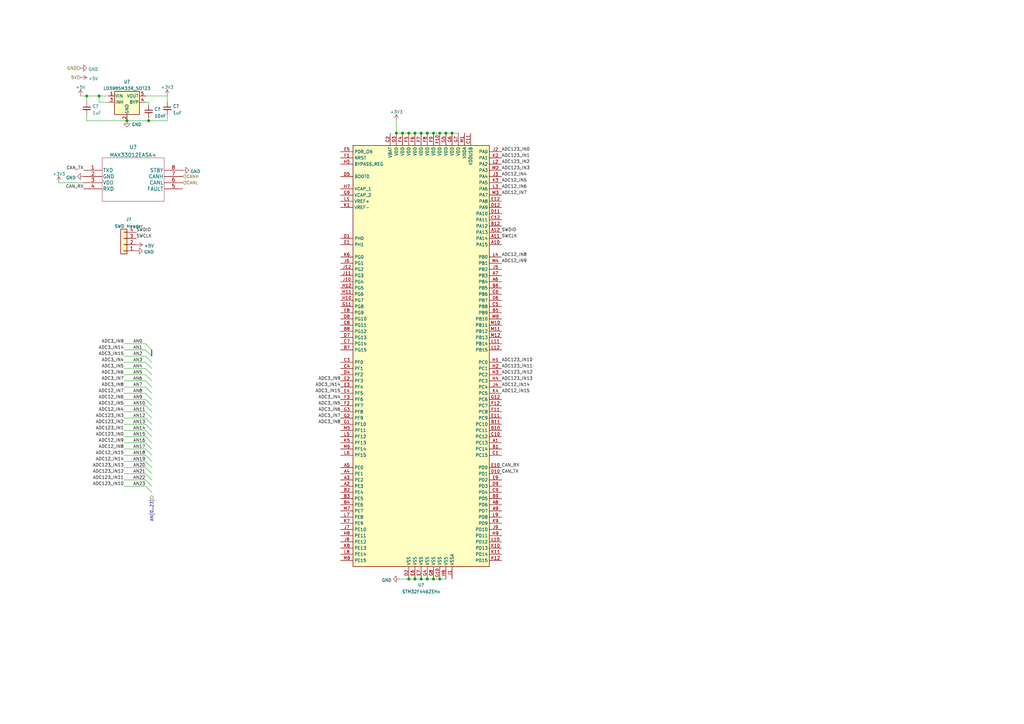
<source format=kicad_sch>
(kicad_sch (version 20210621) (generator eeschema)
  (paper "A3")
  (lib_symbols
    (symbol "Connector_Generic:Conn_01x04" (pin_names (offset 1.016) hide)
      (property "Reference" "J" (at 0 5.08 0))
      (property "Value" "Conn_01x04" (at 0 -7.62 0))
      (symbol "Conn_01x04_1_1"
        (rectangle (start -1.27 -4.953) (end 0 -5.207) (stroke (width 0.1524)))
        (rectangle (start -1.27 -2.413) (end 0 -2.667) (stroke (width 0.1524)))
        (rectangle (start -1.27 0.127) (end 0 -0.127) (stroke (width 0.1524)))
        (rectangle (start -1.27 2.667) (end 0 2.413) (stroke (width 0.1524)))
        (rectangle (start -1.27 3.81) (end 1.27 -6.35) (stroke (width 0.254)) (fill (type background)))
        (pin passive line (at -5.08 2.54 0) (length 3.81) (name "Pin_1") (number "1"))
        (pin passive line (at -5.08 0 0) (length 3.81) (name "Pin_2") (number "2"))
        (pin passive line (at -5.08 -2.54 0) (length 3.81) (name "Pin_3") (number "3"))
        (pin passive line (at -5.08 -5.08 0) (length 3.81) (name "Pin_4") (number "4"))
      )
    )
    (symbol "Device:C_Small" (pin_numbers hide) (pin_names (offset 0.254) hide)
      (property "Reference" "C" (at 0.254 1.778 0))
      (property "Value" "C_Small" (at 0.254 -2.032 0))
      (symbol "C_Small_0_1"
        (polyline (pts (xy -1.524 -0.508) (xy 1.524 -0.508)) (stroke (width 0.3302)))
        (polyline (pts (xy -1.524 0.508) (xy 1.524 0.508)) (stroke (width 0.3048)))
      )
      (symbol "C_Small_1_1"
        (pin passive line (at 0 2.54 270) (length 2.032) (name "~") (number "1"))
        (pin passive line (at 0 -2.54 90) (length 2.032) (name "~") (number "2"))
      )
    )
    (symbol "MAX33012EASA+:MAX33012EASA+" (pin_names (offset 0.254))
      (property "Reference" "U" (at 20.32 10.16 0))
      (property "Value" "MAX33012EASA+" (at 20.32 7.62 0))
      (symbol "MAX33012EASA+_1_1"
        (polyline (pts (xy 7.62 -12.7) (xy 33.02 -12.7)) (stroke (width 0.127)))
        (polyline (pts (xy 7.62 5.08) (xy 7.62 -12.7)) (stroke (width 0.127)))
        (polyline (pts (xy 33.02 -12.7) (xy 33.02 5.08)) (stroke (width 0.127)))
        (polyline (pts (xy 33.02 5.08) (xy 7.62 5.08)) (stroke (width 0.127)))
        (pin input line (at 0 0 0) (length 7.62) (name "TXD") (number "1"))
        (pin power_in line (at 0 -2.54 0) (length 7.62) (name "GND") (number "2"))
        (pin power_in line (at 0 -5.08 0) (length 7.62) (name "VDD") (number "3"))
        (pin output line (at 0 -7.62 0) (length 7.62) (name "RXD") (number "4"))
        (pin unspecified line (at 40.64 -7.62 180) (length 7.62) (name "FAULT") (number "5"))
        (pin unspecified line (at 40.64 -5.08 180) (length 7.62) (name "CANL") (number "6"))
        (pin unspecified line (at 40.64 -2.54 180) (length 7.62) (name "CANH") (number "7"))
        (pin input line (at 40.64 0 180) (length 7.62) (name "STBY") (number "8"))
      )
    )
    (symbol "MCU_ST_STM32F4:STM32F446ZEHx"
      (property "Reference" "U" (at -27.94 87.63 0))
      (property "Value" "STM32F446ZEHx" (at 22.86 87.63 0))
      (symbol "STM32F446ZEHx_0_1"
        (rectangle (start -27.94 -86.36) (end 27.94 86.36) (stroke (width 0.254)) (fill (type background)))
      )
      (symbol "STM32F446ZEHx_1_1"
        (pin bidirectional line (at 33.02 -35.56 180) (length 5.08) (name "PC13") (number "A1"))
        (pin bidirectional line (at 33.02 45.72 180) (length 5.08) (name "PA15") (number "A10"))
        (pin bidirectional line (at 33.02 48.26 180) (length 5.08) (name "PA14") (number "A11"))
        (pin bidirectional line (at 33.02 50.8 180) (length 5.08) (name "PA13") (number "A12"))
        (pin bidirectional line (at -33.02 -53.34 0) (length 5.08) (name "PE3") (number "A2"))
        (pin bidirectional line (at -33.02 -50.8 0) (length 5.08) (name "PE2") (number "A3"))
        (pin bidirectional line (at -33.02 -48.26 0) (length 5.08) (name "PE1") (number "A4"))
        (pin bidirectional line (at -33.02 -45.72 0) (length 5.08) (name "PE0") (number "A5"))
        (pin bidirectional line (at 33.02 30.48 180) (length 5.08) (name "PB4") (number "A6"))
        (pin bidirectional line (at 33.02 33.02 180) (length 5.08) (name "PB3") (number "A7"))
        (pin bidirectional line (at 33.02 -60.96 180) (length 5.08) (name "PD6") (number "A8"))
        (pin bidirectional line (at 33.02 -63.5 180) (length 5.08) (name "PD7") (number "A9"))
        (pin bidirectional line (at 33.02 -38.1 180) (length 5.08) (name "PC14") (number "B1"))
        (pin bidirectional line (at 33.02 -30.48 180) (length 5.08) (name "PC11") (number "B10"))
        (pin bidirectional line (at 33.02 -27.94 180) (length 5.08) (name "PC10") (number "B11"))
        (pin bidirectional line (at 33.02 53.34 180) (length 5.08) (name "PA12") (number "B12"))
        (pin bidirectional line (at -33.02 -55.88 0) (length 5.08) (name "PE4") (number "B2"))
        (pin bidirectional line (at -33.02 -58.42 0) (length 5.08) (name "PE5") (number "B3"))
        (pin bidirectional line (at -33.02 -60.96 0) (length 5.08) (name "PE6") (number "B4"))
        (pin bidirectional line (at 33.02 17.78 180) (length 5.08) (name "PB9") (number "B5"))
        (pin bidirectional line (at 33.02 27.94 180) (length 5.08) (name "PB5") (number "B6"))
        (pin bidirectional line (at -33.02 2.54 0) (length 5.08) (name "PG15") (number "B7"))
        (pin bidirectional line (at -33.02 10.16 0) (length 5.08) (name "PG12") (number "B8"))
        (pin bidirectional line (at 33.02 -58.42 180) (length 5.08) (name "PD5") (number "B9"))
        (pin bidirectional line (at 33.02 -40.64 180) (length 5.08) (name "PC15") (number "C1"))
        (pin bidirectional line (at 33.02 -33.02 180) (length 5.08) (name "PC12") (number "C10"))
        (pin power_in line (at 20.32 91.44 270) (length 5.08) (name "VDDUSB") (number "C11"))
        (pin bidirectional line (at 33.02 55.88 180) (length 5.08) (name "PA11") (number "C12"))
        (pin power_in line (at -12.7 91.44 270) (length 5.08) (name "VBAT") (number "C2"))
        (pin bidirectional line (at -33.02 -2.54 0) (length 5.08) (name "PF0") (number "C3"))
        (pin bidirectional line (at -33.02 -5.08 0) (length 5.08) (name "PF1") (number "C4"))
        (pin bidirectional line (at 33.02 20.32 180) (length 5.08) (name "PB8") (number "C5"))
        (pin bidirectional line (at 33.02 25.4 180) (length 5.08) (name "PB6") (number "C6"))
        (pin bidirectional line (at -33.02 5.08 0) (length 5.08) (name "PG14") (number "C7"))
        (pin bidirectional line (at -33.02 12.7 0) (length 5.08) (name "PG11") (number "C8"))
        (pin bidirectional line (at 33.02 -55.88 180) (length 5.08) (name "PD4") (number "C9"))
        (pin input line (at -33.02 48.26 0) (length 5.08) (name "PH0") (number "D1"))
        (pin bidirectional line (at 33.02 -48.26 180) (length 5.08) (name "PD1") (number "D10"))
        (pin bidirectional line (at 33.02 58.42 180) (length 5.08) (name "PA10") (number "D11"))
        (pin bidirectional line (at 33.02 60.96 180) (length 5.08) (name "PA9") (number "D12"))
        (pin power_in line (at -5.08 -91.44 90) (length 5.08) (name "VSS") (number "D2"))
        (pin power_in line (at -10.16 91.44 270) (length 5.08) (name "VDD") (number "D3"))
        (pin bidirectional line (at -33.02 -7.62 0) (length 5.08) (name "PF2") (number "D4"))
        (pin input line (at -33.02 73.66 0) (length 5.08) (name "BOOT0") (number "D5"))
        (pin bidirectional line (at 33.02 22.86 180) (length 5.08) (name "PB7") (number "D6"))
        (pin bidirectional line (at -33.02 7.62 0) (length 5.08) (name "PG13") (number "D7"))
        (pin bidirectional line (at -33.02 15.24 0) (length 5.08) (name "PG10") (number "D8"))
        (pin bidirectional line (at 33.02 -53.34 180) (length 5.08) (name "PD3") (number "D9"))
        (pin input line (at -33.02 45.72 0) (length 5.08) (name "PH1") (number "E1"))
        (pin bidirectional line (at 33.02 -45.72 180) (length 5.08) (name "PD0") (number "E10"))
        (pin bidirectional line (at 33.02 -25.4 180) (length 5.08) (name "PC9") (number "E11"))
        (pin bidirectional line (at 33.02 63.5 180) (length 5.08) (name "PA8") (number "E12"))
        (pin bidirectional line (at -33.02 -10.16 0) (length 5.08) (name "PF3") (number "E2"))
        (pin bidirectional line (at -33.02 -12.7 0) (length 5.08) (name "PF4") (number "E3"))
        (pin bidirectional line (at -33.02 -15.24 0) (length 5.08) (name "PF5") (number "E4"))
        (pin input line (at -33.02 83.82 0) (length 5.08) (name "PDR_ON") (number "E5"))
        (pin power_in line (at -2.54 -91.44 90) (length 5.08) (name "VSS") (number "E6"))
        (pin power_in line (at 0 -91.44 90) (length 5.08) (name "VSS") (number "E7"))
        (pin bidirectional line (at -33.02 17.78 0) (length 5.08) (name "PG9") (number "E8"))
        (pin bidirectional line (at 33.02 -50.8 180) (length 5.08) (name "PD2") (number "E9"))
        (pin input line (at -33.02 81.28 0) (length 5.08) (name "NRST") (number "F1"))
        (pin power_in line (at 7.62 91.44 270) (length 5.08) (name "VDD") (number "F10"))
        (pin bidirectional line (at 33.02 -22.86 180) (length 5.08) (name "PC8") (number "F11"))
        (pin bidirectional line (at 33.02 -20.32 180) (length 5.08) (name "PC7") (number "F12"))
        (pin bidirectional line (at -33.02 -20.32 0) (length 5.08) (name "PF7") (number "F2"))
        (pin bidirectional line (at -33.02 -17.78 0) (length 5.08) (name "PF6") (number "F3"))
        (pin power_in line (at -7.62 91.44 270) (length 5.08) (name "VDD") (number "F4"))
        (pin power_in line (at -5.08 91.44 270) (length 5.08) (name "VDD") (number "F5"))
        (pin power_in line (at -2.54 91.44 270) (length 5.08) (name "VDD") (number "F6"))
        (pin power_in line (at 0 91.44 270) (length 5.08) (name "VDD") (number "F7"))
        (pin power_in line (at 2.54 91.44 270) (length 5.08) (name "VDD") (number "F8"))
        (pin power_in line (at 5.08 91.44 270) (length 5.08) (name "VDD") (number "F9"))
        (pin bidirectional line (at -33.02 -27.94 0) (length 5.08) (name "PF10") (number "G1"))
        (pin power_in line (at 7.62 -91.44 90) (length 5.08) (name "VSS") (number "G10"))
        (pin bidirectional line (at -33.02 20.32 0) (length 5.08) (name "PG8") (number "G11"))
        (pin bidirectional line (at 33.02 -17.78 180) (length 5.08) (name "PC6") (number "G12"))
        (pin bidirectional line (at -33.02 -25.4 0) (length 5.08) (name "PF9") (number "G2"))
        (pin bidirectional line (at -33.02 -22.86 0) (length 5.08) (name "PF8") (number "G3"))
        (pin power_in line (at 2.54 -91.44 90) (length 5.08) (name "VSS") (number "G4"))
        (pin power_in line (at 10.16 91.44 270) (length 5.08) (name "VDD") (number "G5"))
        (pin power_in line (at 12.7 91.44 270) (length 5.08) (name "VDD") (number "G6"))
        (pin power_in line (at 15.24 91.44 270) (length 5.08) (name "VDD") (number "G7"))
        (pin power_in line (at 5.08 -91.44 90) (length 5.08) (name "VSS") (number "G8"))
        (pin power_in line (at -33.02 66.04 0) (length 5.08) (name "VCAP_2") (number "G9"))
        (pin bidirectional line (at 33.02 -2.54 180) (length 5.08) (name "PC0") (number "H1"))
        (pin bidirectional line (at -33.02 22.86 0) (length 5.08) (name "PG7") (number "H10"))
        (pin bidirectional line (at -33.02 25.4 0) (length 5.08) (name "PG6") (number "H11"))
        (pin bidirectional line (at -33.02 27.94 0) (length 5.08) (name "PG5") (number "H12"))
        (pin bidirectional line (at 33.02 -5.08 180) (length 5.08) (name "PC1") (number "H2"))
        (pin bidirectional line (at 33.02 -7.62 180) (length 5.08) (name "PC2") (number "H3"))
        (pin bidirectional line (at 33.02 -10.16 180) (length 5.08) (name "PC3") (number "H4"))
        (pin input line (at -33.02 78.74 0) (length 5.08) (name "BYPASS_REG") (number "H5"))
        (pin power_in line (at 10.16 -91.44 90) (length 5.08) (name "VSS") (number "H6"))
        (pin power_in line (at -33.02 68.58 0) (length 5.08) (name "VCAP_1") (number "H7"))
        (pin bidirectional line (at -33.02 -73.66 0) (length 5.08) (name "PE11") (number "H8"))
        (pin bidirectional line (at 33.02 -73.66 180) (length 5.08) (name "PD11") (number "H9"))
        (pin power_in line (at 12.7 -91.44 90) (length 5.08) (name "VSSA") (number "J1"))
        (pin bidirectional line (at -33.02 30.48 0) (length 5.08) (name "PG4") (number "J10"))
        (pin bidirectional line (at -33.02 33.02 0) (length 5.08) (name "PG3") (number "J11"))
        (pin bidirectional line (at -33.02 35.56 0) (length 5.08) (name "PG2") (number "J12"))
        (pin bidirectional line (at 33.02 83.82 180) (length 5.08) (name "PA0") (number "J2"))
        (pin bidirectional line (at 33.02 73.66 180) (length 5.08) (name "PA4") (number "J3"))
        (pin bidirectional line (at 33.02 -12.7 180) (length 5.08) (name "PC4") (number "J4"))
        (pin bidirectional line (at 33.02 35.56 180) (length 5.08) (name "PB2") (number "J5"))
        (pin bidirectional line (at -33.02 38.1 0) (length 5.08) (name "PG1") (number "J6"))
        (pin bidirectional line (at -33.02 -71.12 0) (length 5.08) (name "PE10") (number "J7"))
        (pin bidirectional line (at -33.02 -76.2 0) (length 5.08) (name "PE12") (number "J8"))
        (pin bidirectional line (at 33.02 -71.12 180) (length 5.08) (name "PD10") (number "J9"))
        (pin power_in line (at -33.02 60.96 0) (length 5.08) (name "VREF-") (number "K1"))
        (pin bidirectional line (at 33.02 -78.74 180) (length 5.08) (name "PD13") (number "K10"))
        (pin bidirectional line (at 33.02 -81.28 180) (length 5.08) (name "PD14") (number "K11"))
        (pin bidirectional line (at 33.02 -83.82 180) (length 5.08) (name "PD15") (number "K12"))
        (pin bidirectional line (at 33.02 81.28 180) (length 5.08) (name "PA1") (number "K2"))
        (pin bidirectional line (at 33.02 71.12 180) (length 5.08) (name "PA5") (number "K3"))
        (pin bidirectional line (at 33.02 -15.24 180) (length 5.08) (name "PC5") (number "K4"))
        (pin bidirectional line (at -33.02 -35.56 0) (length 5.08) (name "PF13") (number "K5"))
        (pin bidirectional line (at -33.02 40.64 0) (length 5.08) (name "PG0") (number "K6"))
        (pin bidirectional line (at -33.02 -68.58 0) (length 5.08) (name "PE9") (number "K7"))
        (pin bidirectional line (at -33.02 -78.74 0) (length 5.08) (name "PE13") (number "K8"))
        (pin bidirectional line (at 33.02 -68.58 180) (length 5.08) (name "PD9") (number "K9"))
        (pin power_in line (at -33.02 63.5 0) (length 5.08) (name "VREF+") (number "L1"))
        (pin bidirectional line (at 33.02 -76.2 180) (length 5.08) (name "PD12") (number "L10"))
        (pin bidirectional line (at 33.02 5.08 180) (length 5.08) (name "PB14") (number "L11"))
        (pin bidirectional line (at 33.02 2.54 180) (length 5.08) (name "PB15") (number "L12"))
        (pin bidirectional line (at 33.02 78.74 180) (length 5.08) (name "PA2") (number "L2"))
        (pin bidirectional line (at 33.02 68.58 180) (length 5.08) (name "PA6") (number "L3"))
        (pin bidirectional line (at 33.02 40.64 180) (length 5.08) (name "PB0") (number "L4"))
        (pin bidirectional line (at -33.02 -33.02 0) (length 5.08) (name "PF12") (number "L5"))
        (pin bidirectional line (at -33.02 -40.64 0) (length 5.08) (name "PF15") (number "L6"))
        (pin bidirectional line (at -33.02 -66.04 0) (length 5.08) (name "PE8") (number "L7"))
        (pin bidirectional line (at -33.02 -81.28 0) (length 5.08) (name "PE14") (number "L8"))
        (pin bidirectional line (at 33.02 -66.04 180) (length 5.08) (name "PD8") (number "L9"))
        (pin power_in line (at 17.78 91.44 270) (length 5.08) (name "VDDA") (number "M1"))
        (pin bidirectional line (at 33.02 12.7 180) (length 5.08) (name "PB11") (number "M10"))
        (pin bidirectional line (at 33.02 10.16 180) (length 5.08) (name "PB12") (number "M11"))
        (pin bidirectional line (at 33.02 7.62 180) (length 5.08) (name "PB13") (number "M12"))
        (pin bidirectional line (at 33.02 76.2 180) (length 5.08) (name "PA3") (number "M2"))
        (pin bidirectional line (at 33.02 66.04 180) (length 5.08) (name "PA7") (number "M3"))
        (pin bidirectional line (at 33.02 38.1 180) (length 5.08) (name "PB1") (number "M4"))
        (pin bidirectional line (at -33.02 -30.48 0) (length 5.08) (name "PF11") (number "M5"))
        (pin bidirectional line (at -33.02 -38.1 0) (length 5.08) (name "PF14") (number "M6"))
        (pin bidirectional line (at -33.02 -63.5 0) (length 5.08) (name "PE7") (number "M7"))
        (pin bidirectional line (at -33.02 -83.82 0) (length 5.08) (name "PE15") (number "M8"))
        (pin bidirectional line (at 33.02 15.24 180) (length 5.08) (name "PB10") (number "M9"))
      )
    )
    (symbol "Regulator_Linear:LD3985M33R_SOT23" (pin_names (offset 0.254))
      (property "Reference" "U" (at -3.81 5.715 0))
      (property "Value" "LD3985M33R_SOT23" (at 0 5.715 0))
      (symbol "LD3985M33R_SOT23_0_1"
        (rectangle (start -5.08 4.445) (end 5.08 -5.08) (stroke (width 0.254)) (fill (type background)))
      )
      (symbol "LD3985M33R_SOT23_1_1"
        (pin power_in line (at -7.62 2.54 0) (length 2.54) (name "VIN") (number "1"))
        (pin power_in line (at 0 -7.62 90) (length 2.54) (name "GND") (number "2"))
        (pin input line (at -7.62 0 0) (length 2.54) (name "INH") (number "3"))
        (pin input line (at 7.62 0 180) (length 2.54) (name "BYP") (number "4"))
        (pin power_out line (at 7.62 2.54 180) (length 2.54) (name "VOUT") (number "5"))
      )
    )
    (symbol "power:+3V3" (power) (pin_names (offset 0))
      (property "Value" "+3V3" (at 0 3.556 0))
      (symbol "+3V3_0_1"
        (polyline (pts (xy -0.762 1.27) (xy 0 2.54)))
        (polyline (pts (xy 0 0) (xy 0 2.54)))
        (polyline (pts (xy 0 2.54) (xy 0.762 1.27)))
      )
      (symbol "+3V3_1_1"
        (pin power_in line (at 0 0 90) (length 0) hide (name "+3V3") (number "1"))
      )
    )
    (symbol "power:+5V" (power) (pin_names (offset 0))
      (property "Value" "+5V" (at 0 3.556 0))
      (symbol "+5V_0_1"
        (polyline (pts (xy -0.762 1.27) (xy 0 2.54)))
        (polyline (pts (xy 0 0) (xy 0 2.54)))
        (polyline (pts (xy 0 2.54) (xy 0.762 1.27)))
      )
      (symbol "+5V_1_1"
        (pin power_in line (at 0 0 90) (length 0) hide (name "+5V") (number "1"))
      )
    )
    (symbol "power:GND" (power) (pin_names (offset 0))
      (property "Value" "GND" (at 0 -3.81 0))
      (symbol "GND_0_1"
        (polyline (pts (xy 0 0) (xy 0 -1.27) (xy 1.27 -1.27) (xy 0 -2.54) (xy -1.27 -1.27) (xy 0 -1.27)))
      )
      (symbol "GND_1_1"
        (pin power_in line (at 0 0 270) (length 0) hide (name "GND") (number "1"))
      )
    )
  )
  (junction (at 35.56 39.37) (diameter 1.016))
  (junction (at 40.64 39.37) (diameter 1.016))
  (junction (at 52.07 49.53) (diameter 1.016))
  (junction (at 60.96 49.53) (diameter 1.016))
  (junction (at 162.56 54.61) (diameter 1.016))
  (junction (at 165.1 54.61) (diameter 1.016))
  (junction (at 167.64 54.61) (diameter 1.016))
  (junction (at 167.64 237.49) (diameter 1.016))
  (junction (at 170.18 54.61) (diameter 1.016))
  (junction (at 170.18 237.49) (diameter 1.016))
  (junction (at 172.72 54.61) (diameter 1.016))
  (junction (at 172.72 237.49) (diameter 1.016))
  (junction (at 175.26 54.61) (diameter 1.016))
  (junction (at 175.26 237.49) (diameter 1.016))
  (junction (at 177.8 54.61) (diameter 1.016))
  (junction (at 177.8 237.49) (diameter 1.016))
  (junction (at 180.34 54.61) (diameter 1.016))
  (junction (at 180.34 237.49) (diameter 1.016))
  (junction (at 182.88 54.61) (diameter 1.016))
  (junction (at 185.42 54.61) (diameter 1.016))
  (bus_entry (at 59.69 140.97) (size 2.54 2.54))
  (bus_entry (at 59.69 143.51) (size 2.54 2.54))
  (bus_entry (at 59.69 146.05) (size 2.54 2.54))
  (bus_entry (at 59.69 148.59) (size 2.54 2.54))
  (bus_entry (at 59.69 151.13) (size 2.54 2.54))
  (bus_entry (at 59.69 153.67) (size 2.54 2.54))
  (bus_entry (at 59.69 156.21) (size 2.54 2.54))
  (bus_entry (at 59.69 158.75) (size 2.54 2.54))
  (bus_entry (at 59.69 161.29) (size 2.54 2.54))
  (bus_entry (at 59.69 163.83) (size 2.54 2.54))
  (bus_entry (at 59.69 166.37) (size 2.54 2.54))
  (bus_entry (at 59.69 168.91) (size 2.54 2.54))
  (bus_entry (at 59.69 171.45) (size 2.54 2.54))
  (bus_entry (at 59.69 173.99) (size 2.54 2.54))
  (bus_entry (at 59.69 176.53) (size 2.54 2.54))
  (bus_entry (at 59.69 179.07) (size 2.54 2.54))
  (bus_entry (at 59.69 181.61) (size 2.54 2.54))
  (bus_entry (at 59.69 184.15) (size 2.54 2.54))
  (bus_entry (at 59.69 186.69) (size 2.54 2.54))
  (bus_entry (at 59.69 189.23) (size 2.54 2.54))
  (bus_entry (at 59.69 191.77) (size 2.54 2.54))
  (bus_entry (at 59.69 194.31) (size 2.54 2.54))
  (bus_entry (at 59.69 196.85) (size 2.54 2.54))
  (bus_entry (at 59.69 199.39) (size 2.54 2.54))
  (wire (pts (xy 24.13 74.93) (xy 34.29 74.93)))
  (wire (pts (xy 33.02 39.37) (xy 35.56 39.37)))
  (wire (pts (xy 35.56 39.37) (xy 35.56 41.91)))
  (wire (pts (xy 35.56 39.37) (xy 40.64 39.37)))
  (wire (pts (xy 35.56 46.99) (xy 35.56 49.53)))
  (wire (pts (xy 35.56 49.53) (xy 52.07 49.53)))
  (wire (pts (xy 40.64 39.37) (xy 44.45 39.37)))
  (wire (pts (xy 40.64 41.91) (xy 40.64 39.37)))
  (wire (pts (xy 44.45 41.91) (xy 40.64 41.91)))
  (wire (pts (xy 50.8 140.97) (xy 59.69 140.97)))
  (wire (pts (xy 50.8 143.51) (xy 59.69 143.51)))
  (wire (pts (xy 50.8 146.05) (xy 59.69 146.05)))
  (wire (pts (xy 50.8 148.59) (xy 59.69 148.59)))
  (wire (pts (xy 50.8 151.13) (xy 59.69 151.13)))
  (wire (pts (xy 50.8 153.67) (xy 59.69 153.67)))
  (wire (pts (xy 50.8 156.21) (xy 59.69 156.21)))
  (wire (pts (xy 50.8 158.75) (xy 59.69 158.75)))
  (wire (pts (xy 50.8 161.29) (xy 59.69 161.29)))
  (wire (pts (xy 50.8 163.83) (xy 59.69 163.83)))
  (wire (pts (xy 50.8 166.37) (xy 59.69 166.37)))
  (wire (pts (xy 50.8 168.91) (xy 59.69 168.91)))
  (wire (pts (xy 50.8 171.45) (xy 59.69 171.45)))
  (wire (pts (xy 50.8 173.99) (xy 59.69 173.99)))
  (wire (pts (xy 50.8 176.53) (xy 59.69 176.53)))
  (wire (pts (xy 50.8 179.07) (xy 59.69 179.07)))
  (wire (pts (xy 50.8 181.61) (xy 59.69 181.61)))
  (wire (pts (xy 50.8 184.15) (xy 59.69 184.15)))
  (wire (pts (xy 50.8 186.69) (xy 59.69 186.69)))
  (wire (pts (xy 50.8 189.23) (xy 59.69 189.23)))
  (wire (pts (xy 50.8 191.77) (xy 59.69 191.77)))
  (wire (pts (xy 50.8 194.31) (xy 59.69 194.31)))
  (wire (pts (xy 50.8 196.85) (xy 59.69 196.85)))
  (wire (pts (xy 50.8 199.39) (xy 59.69 199.39)))
  (wire (pts (xy 52.07 49.53) (xy 60.96 49.53)))
  (wire (pts (xy 59.69 39.37) (xy 68.58 39.37)))
  (wire (pts (xy 59.69 41.91) (xy 60.96 41.91)))
  (wire (pts (xy 60.96 41.91) (xy 60.96 43.18)))
  (wire (pts (xy 60.96 48.26) (xy 60.96 49.53)))
  (wire (pts (xy 60.96 49.53) (xy 68.58 49.53)))
  (wire (pts (xy 68.58 39.37) (xy 68.58 41.91)))
  (wire (pts (xy 68.58 49.53) (xy 68.58 46.99)))
  (wire (pts (xy 162.56 49.53) (xy 162.56 54.61)))
  (wire (pts (xy 162.56 54.61) (xy 165.1 54.61)))
  (wire (pts (xy 163.83 237.49) (xy 167.64 237.49)))
  (wire (pts (xy 165.1 54.61) (xy 167.64 54.61)))
  (wire (pts (xy 167.64 54.61) (xy 170.18 54.61)))
  (wire (pts (xy 167.64 237.49) (xy 170.18 237.49)))
  (wire (pts (xy 170.18 54.61) (xy 172.72 54.61)))
  (wire (pts (xy 170.18 237.49) (xy 172.72 237.49)))
  (wire (pts (xy 172.72 54.61) (xy 175.26 54.61)))
  (wire (pts (xy 172.72 237.49) (xy 175.26 237.49)))
  (wire (pts (xy 175.26 54.61) (xy 177.8 54.61)))
  (wire (pts (xy 175.26 237.49) (xy 177.8 237.49)))
  (wire (pts (xy 177.8 54.61) (xy 180.34 54.61)))
  (wire (pts (xy 177.8 237.49) (xy 180.34 237.49)))
  (wire (pts (xy 180.34 54.61) (xy 182.88 54.61)))
  (wire (pts (xy 180.34 237.49) (xy 182.88 237.49)))
  (wire (pts (xy 182.88 54.61) (xy 185.42 54.61)))
  (wire (pts (xy 185.42 54.61) (xy 187.96 54.61)))
  (bus (pts (xy 62.23 143.51) (xy 62.23 203.2)))
  (label "CAN_TX" (at 34.29 69.85 180))
  (label "CAN_RX" (at 34.29 77.47 180))
  (label "ADC3_IN9" (at 50.8 140.97 180))
  (label "ADC3_IN14" (at 50.8 143.51 180))
  (label "ADC3_IN15" (at 50.8 146.05 180))
  (label "ADC3_IN4" (at 50.8 148.59 180))
  (label "ADC3_IN5" (at 50.8 151.13 180))
  (label "ADC3_IN6" (at 50.8 153.67 180))
  (label "ADC3_IN7" (at 50.8 156.21 180))
  (label "ADC3_IN8" (at 50.8 158.75 180))
  (label "ADC12_IN7" (at 50.8 161.29 180))
  (label "ADC12_IN6" (at 50.8 163.83 180))
  (label "ADC12_IN5" (at 50.8 166.37 180))
  (label "ADC12_IN4" (at 50.8 168.91 180))
  (label "ADC123_IN3" (at 50.8 171.45 180))
  (label "ADC123_IN2" (at 50.8 173.99 180))
  (label "ADC123_IN1" (at 50.8 176.53 180))
  (label "ADC123_IN0" (at 50.8 179.07 180))
  (label "ADC12_IN9" (at 50.8 181.61 180))
  (label "ADC12_IN8" (at 50.8 184.15 180))
  (label "ADC12_IN15" (at 50.8 186.69 180))
  (label "ADC12_IN14" (at 50.8 189.23 180))
  (label "ADC123_IN13" (at 50.8 191.77 180))
  (label "ADC123_IN12" (at 50.8 194.31 180))
  (label "ADC123_IN11" (at 50.8 196.85 180))
  (label "ADC123_IN10" (at 50.8 199.39 180))
  (label "AN0" (at 54.61 140.97 0))
  (label "AN1" (at 54.61 143.51 0))
  (label "AN2" (at 54.61 146.05 0))
  (label "AN3" (at 54.61 148.59 0))
  (label "AN4" (at 54.61 151.13 0))
  (label "AN5" (at 54.61 153.67 0))
  (label "AN6" (at 54.61 156.21 0))
  (label "AN7" (at 54.61 158.75 0))
  (label "AN8" (at 54.61 161.29 0))
  (label "AN9" (at 54.61 163.83 0))
  (label "AN10" (at 54.61 166.37 0))
  (label "AN11" (at 54.61 168.91 0))
  (label "AN12" (at 54.61 171.45 0))
  (label "AN13" (at 54.61 173.99 0))
  (label "AN14" (at 54.61 176.53 0))
  (label "AN15" (at 54.61 179.07 0))
  (label "AN16" (at 54.61 181.61 0))
  (label "AN17" (at 54.61 184.15 0))
  (label "AN18" (at 54.61 186.69 0))
  (label "AN19" (at 54.61 189.23 0))
  (label "AN20" (at 54.61 191.77 0))
  (label "AN21" (at 54.61 194.31 0))
  (label "AN22" (at 54.61 196.85 0))
  (label "AN23" (at 54.61 199.39 0))
  (label "SWDIO" (at 55.88 95.25 0))
  (label "SWCLK" (at 55.88 97.79 0))
  (label "ADC3_IN9" (at 139.7 156.21 180))
  (label "ADC3_IN14" (at 139.7 158.75 180))
  (label "ADC3_IN15" (at 139.7 161.29 180))
  (label "ADC3_IN4" (at 139.7 163.83 180))
  (label "ADC3_IN5" (at 139.7 166.37 180))
  (label "ADC3_IN6" (at 139.7 168.91 180))
  (label "ADC3_IN7" (at 139.7 171.45 180))
  (label "ADC3_IN8" (at 139.7 173.99 180))
  (label "ADC123_IN0" (at 205.74 62.23 0))
  (label "ADC123_IN1" (at 205.74 64.77 0))
  (label "ADC123_IN2" (at 205.74 67.31 0))
  (label "ADC123_IN3" (at 205.74 69.85 0))
  (label "ADC12_IN4" (at 205.74 72.39 0))
  (label "ADC12_IN5" (at 205.74 74.93 0))
  (label "ADC12_IN6" (at 205.74 77.47 0))
  (label "ADC12_IN7" (at 205.74 80.01 0))
  (label "SWDIO" (at 205.74 95.25 0))
  (label "SWCLK" (at 205.74 97.79 0))
  (label "ADC12_IN8" (at 205.74 105.41 0))
  (label "ADC12_IN9" (at 205.74 107.95 0))
  (label "ADC123_IN10" (at 205.74 148.59 0))
  (label "ADC123_IN11" (at 205.74 151.13 0))
  (label "ADC123_IN12" (at 205.74 153.67 0))
  (label "ADC123_IN13" (at 205.74 156.21 0))
  (label "ADC12_IN14" (at 205.74 158.75 0))
  (label "ADC12_IN15" (at 205.74 161.29 0))
  (label "CAN_RX" (at 205.74 191.77 0))
  (label "CAN_TX" (at 205.74 194.31 0))
  (hierarchical_label "GND" (shape input) (at 33.02 27.94 180))
  (hierarchical_label "5V" (shape input) (at 33.02 31.75 180))
  (hierarchical_label "AN[0..23]" (shape input) (at 62.23 203.2 270))
  (hierarchical_label "CANH" (shape input) (at 74.93 72.39 0))
  (hierarchical_label "CANL" (shape input) (at 74.93 74.93 0))
  (symbol (lib_id "power:+3V3") (at 24.13 74.93 0) (unit 1)
    (property "Reference" "#PWR?" (effects hide))
    (property "Value" "+3V3" (at 24.13 71.3254 0))
  )
  (symbol (lib_id "power:+5V") (at 33.02 31.75 270) (unit 1)
    (property "Reference" "#PWR?" (effects hide))
    (property "Value" "+5V" (at 36.1951 32.229 90) (effects (justify left)))
  )
  (symbol (lib_id "power:+5V") (at 33.02 39.37 0) (unit 1)
    (property "Reference" "#PWR?" (effects hide))
    (property "Value" "+5V" (at 33.02 35.7654 0))
  )
  (symbol (lib_id "power:+5V") (at 55.88 100.33 270) (unit 1)
    (property "Reference" "#PWR?" (effects hide))
    (property "Value" "+5V" (at 59.0551 100.809 90) (effects (justify left)))
  )
  (symbol (lib_id "power:+3V3") (at 68.58 39.37 0) (unit 1)
    (property "Reference" "#PWR?" (effects hide))
    (property "Value" "+3V3" (at 68.58 35.7654 0))
  )
  (symbol (lib_id "power:+3V3") (at 162.56 49.53 0) (unit 1)
    (property "Reference" "#PWR?" (effects hide))
    (property "Value" "+3V3" (at 162.56 45.9254 0))
  )
  (symbol (lib_id "power:GND") (at 33.02 27.94 90) (unit 1)
    (property "Reference" "#PWR?" (effects hide))
    (property "Value" "GND" (at 36.1951 28.419 90) (effects (justify right)))
  )
  (symbol (lib_id "power:GND") (at 34.29 72.39 270) (unit 1)
    (property "Reference" "#PWR?" (effects hide))
    (property "Value" "GND" (at 31.115 72.869 90) (effects (justify right)))
  )
  (symbol (lib_id "power:GND") (at 52.07 49.53 0) (unit 1)
    (property "Reference" "#PWR?" (effects hide))
    (property "Value" "GND" (at 53.9751 51.0885 0) (effects (justify left)))
  )
  (symbol (lib_id "power:GND") (at 55.88 102.87 90) (unit 1)
    (property "Reference" "#PWR?" (effects hide))
    (property "Value" "GND" (at 59.0551 103.349 90) (effects (justify right)))
  )
  (symbol (lib_id "power:GND") (at 74.93 69.85 90) (unit 1)
    (property "Reference" "#PWR?" (effects hide))
    (property "Value" "GND" (at 78.1051 70.329 90) (effects (justify right)))
  )
  (symbol (lib_id "power:GND") (at 163.83 237.49 270) (unit 1)
    (property "Reference" "#PWR?" (effects hide))
    (property "Value" "GND" (at 160.655 237.969 90) (effects (justify right)))
  )
  (symbol (lib_id "Device:C_Small") (at 35.56 44.45 0) (unit 1)
    (property "Reference" "C?" (at 37.8842 43.5415 0) (effects (justify left)))
    (property "Value" "1uF" (at 37.8842 46.3166 0) (effects (justify left)))
  )
  (symbol (lib_id "Device:C_Small") (at 60.96 45.72 0) (unit 1)
    (property "Reference" "C?" (at 63.2842 44.8115 0) (effects (justify left)))
    (property "Value" "10nF" (at 63.2842 47.5866 0) (effects (justify left)))
  )
  (symbol (lib_id "Device:C_Small") (at 68.58 44.45 0) (unit 1)
    (property "Reference" "C?" (at 70.9042 43.5415 0) (effects (justify left)))
    (property "Value" "1uF" (at 70.9042 46.3166 0) (effects (justify left)))
  )
  (symbol (lib_id "Connector_Generic:Conn_01x04") (at 50.8 100.33 180) (unit 1)
    (property "Reference" "J?" (at 52.832 90.0134 0))
    (property "Value" "SWD Header" (at 52.832 92.7885 0))
  )
  (symbol (lib_id "Regulator_Linear:LD3985M33R_SOT23") (at 52.07 41.91 0) (unit 1)
    (property "Reference" "U?" (at 52.07 33.4984 0))
    (property "Value" "LD3985M33R_SOT23" (at 52.07 36.2735 0))
    (property "Footprint" "Package_TO_SOT_SMD:SOT-23-5" (effects hide))
    (property "Datasheet" "http://www.st.com/internet/com/TECHNICAL_RESOURCES/TECHNICAL_LITERATURE/DATASHEET/CD00003395.pdf" (effects hide))
  )
  (symbol (lib_id "MAX33012EASA+:MAX33012EASA+") (at 34.29 69.85 0) (unit 1)
    (property "Reference" "U?" (at 54.61 60.3025 0) (effects (font (size 1.524 1.524))))
    (property "Value" "MAX33012EASA+" (at 54.61 63.5815 0) (effects (font (size 1.524 1.524))))
    (property "Footprint" "21-0041-3-M_90-0096-8L_MXM" (effects hide))
  )
  (symbol (lib_id "MCU_ST_STM32F4:STM32F446ZEHx") (at 172.72 146.05 0) (unit 1)
    (property "Reference" "U?" (at 172.72 239.8936 0))
    (property "Value" "STM32F446ZEHx" (at 172.72 242.6687 0))
    (property "Footprint" "Package_BGA:UFBGA-144_7x7mm_Layout12x12_P0.5mm" (effects hide))
    (property "Datasheet" "http://www.st.com/st-web-ui/static/active/en/resource/technical/document/datasheet/DM00141306.pdf" (effects hide))
  )
)
</source>
